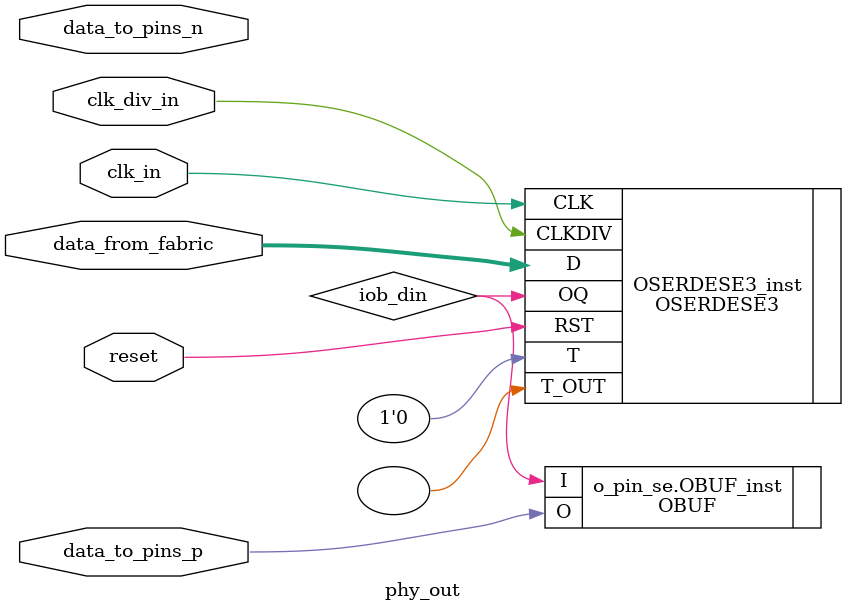
<source format=v>
`timescale 1ns / 1ps
/**
* OCOWFC: Open-Channel Open-Way Flash Controller
* Copyright (C) 2021 State Key Laboratory of ASIC and System, Fudan University
* Contributed by Yunhui Qiu
*
* This program is free software: you can redistribute it and/or modify
* it under the terms of the GNU General Public License as published by
* the Free Software Foundation, either version 3 of the License, or
* (at your option) any later version.
*
* This program is distributed in the hope that it will be useful,
* but WITHOUT ANY WARRANTY; without even the implied warranty of
* MERCHANTABILITY or FITNESS FOR A PARTICULAR PURPOSE.  See the
* GNU General Public License for more details.
*
* You should have received a copy of the GNU General Public License
* along with this program.  If not, see <http://www.gnu.org/licenses/>.
*/

//////////////////////////////////////////////////////////////////////////////////
// Company:  State Key Laboratory of ASIC and System, Fudan University
// Engineer: Yunhui Qiu
// 
// Create Date: 04/20/2020 10:08:30 AM
// Design Name: 
// Module Name: phy_out
// Project Name: 
// Target Devices: 
// Tool Versions: 
// Description: Physical layer for output pins
// 
// Dependencies: 
// 
// Revision:
// Revision 0.01 - File Created
// Additional Comments:
// 
//////////////////////////////////////////////////////////////////////////////////


module phy_out #(
    parameter SIG_TYPE_DIFF   = "FALSE",
    parameter DATA_WIDTH      = 8,
    parameter INIT_VALUE      = 0,
    parameter OSERDES_CLK_INV = 0
)(
    input                       clk_in,
    input                       clk_div_in,
    input                       reset,
    input  [DATA_WIDTH - 1 : 0] data_from_fabric,
    inout                       data_to_pins_p,
    inout                       data_to_pins_n   
);


wire iob_din;


// OBUFDS: Differential Output Buffer
//         Kintex UltraScale
// Xilinx HDL Language Template, version 2019.2

generate
if(SIG_TYPE_DIFF == "TRUE") begin: o_pin_diff
    OBUFDS OBUFDS_inst (
       .O (data_to_pins_p),   // 1-bit output: Diff_p output (connect directly to top-level port)
       .OB(data_to_pins_n),  // 1-bit output: Diff_n output (connect directly to top-level port)
       .I (iob_din       )    // 1-bit input: Buffer input
    );
end else begin: o_pin_se
    OBUF OBUF_inst (
       .O(data_to_pins_p), // 1-bit output: Buffer output (connect directly to top-level port)
       .I(iob_din       )  // 1-bit input: Buffer input
    );
end
endgenerate

//// ODELAYE3: Output Fixed or Variable Delay Element
////           Kintex UltraScale
//// Xilinx HDL Language Template, version 2019.2

//ODELAYE3 #(
//   .CASCADE("NONE"),          // Cascade setting (MASTER, NONE, SLAVE_END, SLAVE_MIDDLE)
//   .DELAY_FORMAT("TIME"),     // (COUNT, TIME)
//   .DELAY_TYPE("FIXED"),      // Set the type of tap delay line (FIXED, VARIABLE, VAR_LOAD)
//   .DELAY_VALUE(0),           // Output delay tap setting
//   .IS_CLK_INVERTED(1'b0),    // Optional inversion for CLK
//   .IS_RST_INVERTED(1'b0),    // Optional inversion for RST
//   .REFCLK_FREQUENCY(300.0),  // IDELAYCTRL clock input frequency in MHz (200.0-2667.0).
//   .SIM_DEVICE("ULTRASCALE"), // Set the device version (ULTRASCALE)
//   .UPDATE_MODE("ASYNC")      // Determines when updates to the delay will take effect (ASYNC, MANUAL, SYNC)
//)
//ODELAYE3_inst (
//   .CASC_OUT(CASC_OUT),       // 1-bit output: Cascade delay output to IDELAY input cascade
//   .CNTVALUEOUT(CNTVALUEOUT), // 9-bit output: Counter value output
//   .DATAOUT(DATAOUT),         // 1-bit output: Delayed data from ODATAIN input port
//   .CASC_IN(CASC_IN),         // 1-bit input: Cascade delay input from slave IDELAY CASCADE_OUT
//   .CASC_RETURN(CASC_RETURN), // 1-bit input: Cascade delay returning from slave IDELAY DATAOUT
//   .CE(CE),                   // 1-bit input: Active high enable increment/decrement input
//   .CLK(CLK),                 // 1-bit input: Clock input
//   .CNTVALUEIN(CNTVALUEIN),   // 9-bit input: Counter value input
//   .EN_VTC(EN_VTC),           // 1-bit input: Keep delay constant over VT
//   .INC(INC),                 // 1-bit input: Increment/Decrement tap delay input
//   .LOAD(LOAD),               // 1-bit input: Load DELAY_VALUE input
//   .ODATAIN(ODATAIN),         // 1-bit input: Data input
//   .RST(RST)                  // 1-bit input: Asynchronous Reset to the DELAY_VALUE
//);  
    

// OSERDESE3: Output SERial/DESerializer
//            Kintex UltraScale
// Xilinx HDL Language Template, version 2019.2

OSERDESE3 #(
   .DATA_WIDTH(DATA_WIDTH),   // Parallel Data Width (4-8)
   .INIT(INIT_VALUE),         // Initialization value of the OSERDES flip-flops
   .IS_CLKDIV_INVERTED(1'b0), // Optional inversion for CLKDIV
   .IS_CLK_INVERTED(OSERDES_CLK_INV),// Optional inversion for CLK
   .IS_RST_INVERTED(1'b0),    // Optional inversion for RST
   .SIM_DEVICE("ULTRASCALE")  // Set the device version (ULTRASCALE)
)
OSERDESE3_inst (
   .OQ    (iob_din         ),   // 1-bit output: Serial Output Data
   .T_OUT (                ),   // 1-bit output: 3-state control output to IOB
   .CLK   (clk_in          ),   // 1-bit input: High-speed clock
   .CLKDIV(clk_div_in      ),   // 1-bit input: Divided Clock
   .D     (data_from_fabric),   // 8-bit input: Parallel Data Input
   .RST   (reset           ),   // 1-bit input: Asynchronous Reset
   .T     (1'b0            )    // 1-bit input: Tristate input from fabric
);



endmodule

</source>
